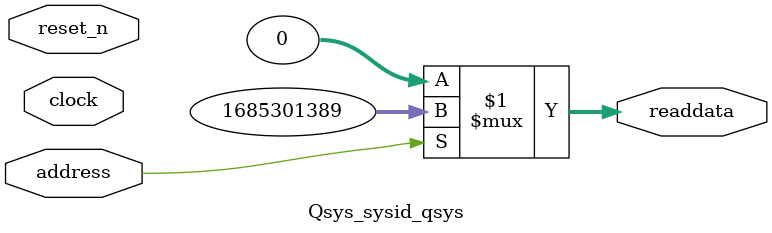
<source format=v>



// synthesis translate_off
`timescale 1ns / 1ps
// synthesis translate_on

// turn off superfluous verilog processor warnings 
// altera message_level Level1 
// altera message_off 10034 10035 10036 10037 10230 10240 10030 

module Qsys_sysid_qsys (
               // inputs:
                address,
                clock,
                reset_n,

               // outputs:
                readdata
             )
;

  output  [ 31: 0] readdata;
  input            address;
  input            clock;
  input            reset_n;

  wire    [ 31: 0] readdata;
  //control_slave, which is an e_avalon_slave
  assign readdata = address ? 1685301389 : 0;

endmodule



</source>
